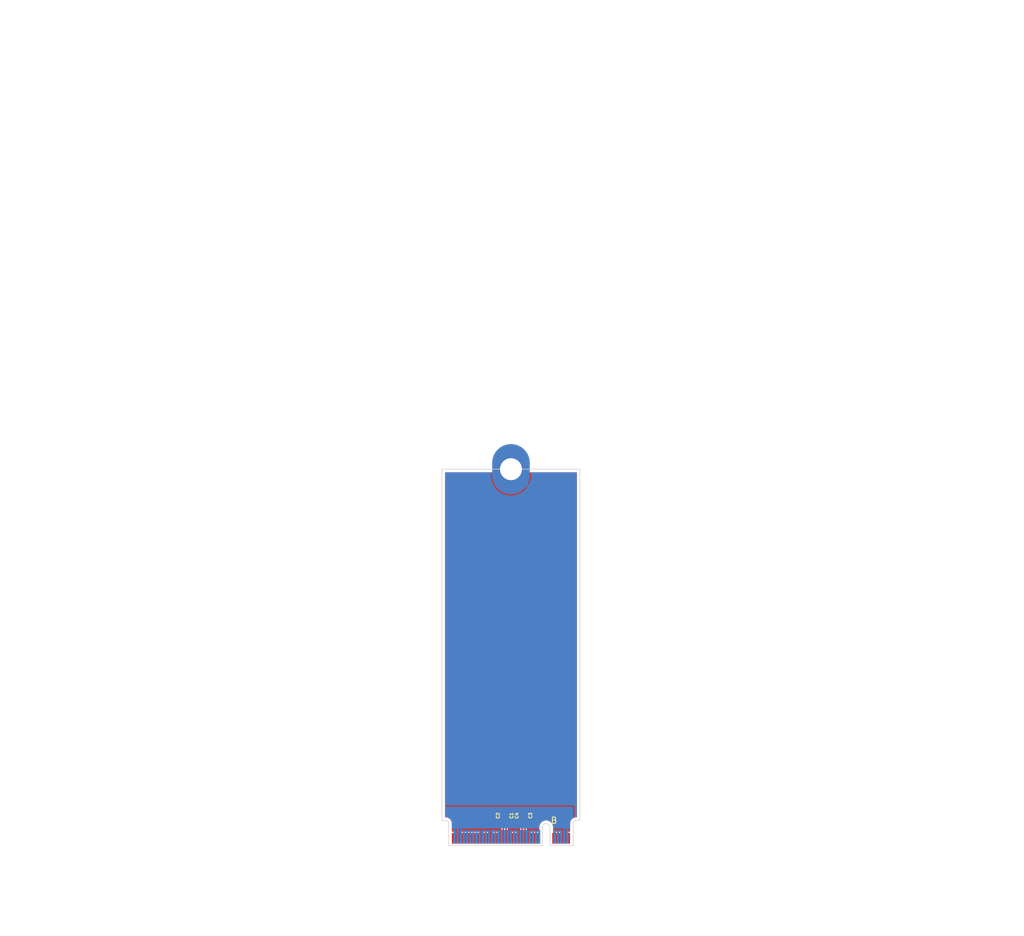
<source format=kicad_pcb>
(kicad_pcb (version 20241229) (generator "pcbnew") (generator_version "9.0")
  (layers (0 "F.Cu" signal) (2 "B.Cu" signal) (13 "F.Paste" user) (15 "B.Paste" user) (5 "F.SilkS" user "F.Silkscreen") (7 "B.SilkS" user "B.Silkscreen") (1 "F.Mask" user) (3 "B.Mask" user) (25 "Edge.Cuts" user))
  (net 0 "")
  (net 1 "/M.2 B key/PET0N")
  (net 2 "/M.2 B key/PET0P")
  (net 3 "/M.2 B key/PET1P")
  (net 4 "/M.2 B key/PET1N")
  (net 5 "GND")
  (net 6 "/CONFIG_3")
  (net 7 "+3.3V")
  (net 8 "/FULL_CARD_PWR_OFF#")
  (net 9 "/USB_D+")
  (net 10 "/W_DISABLE1#")
  (net 11 "/USB_D-")
  (net 12 "/GPIO_9{slash}LED#1")
  (net 13 "/GPIO_5")
  (net 14 "/CONFIG_0")
  (net 15 "/GPIO_6")
  (net 16 "/DPR")
  (net 17 "/GPIO_7")
  (net 18 "/GPIO_11")
  (net 19 "/GPIO_10")
  (net 20 "/GPIO_8")
  (net 21 "/UIM-RESET")
  (net 22 "/UIM-CLK")
  (net 23 "/UIM-DATA")
  (net 24 "/PER1-")
  (net 25 "/UIM-PWR")
  (net 26 "/PER1+")
  (net 27 "/DEVSLP")
  (net 28 "/GPIO_0")
  (net 29 "/GPIO_1")
  (net 30 "/GPIO_2")
  (net 31 "/GPIO_3")
  (net 32 "/PER0-")
  (net 33 "/GPIO_4")
  (net 34 "/PER0+")
  (net 35 "/PERST#")
  (net 36 "/CLKREQ#")
  (net 37 "/REFCLK-")
  (net 38 "/PEWAKE#")
  (net 39 "/REFCLK+")
  (net 42 "/ANTCTL0")
  (net 44 "/ANTCTL1")
  (net 46 "/ANTCTL2")
  (net 48 "/ANTCTL3")
  (net 49 "/SIM_DETECT")
  (net 50 "/RESET#")
  (net 51 "/SUSCLK")
  (net 52 "/CONFIG_1")
  (net 53 "/CONFIG_2")
  (net 54 "/PET0+")
  (net 55 "/PET1+")
  (net 56 "/PET1-")
  (net 57 "/PET0-")
  (footprint "Capacitor_SMD:C_0201_0603Metric" (layer "F.Cu") (at 111.36 153.72 90)
    (property "Reference" "C3" (at 0 0.75 90) (layer "F.SilkS") (effects (font (size 0.5 0.5))))
    (property "Value" "220nF")
    (pad "1" smd roundrect (at -0.32 0 90) (size 0.46 0.4) (layers "F.Cu" "F.Mask") (net 4 "/M.2 B key/PET1N"))
    (pad "2" smd roundrect (at 0.32 0 90) (size 0.46 0.4) (layers "F.Cu" "F.Mask") (net 56 "/PET1-"))
  )
  (footprint "Athena KiCAd library:M.2 Mounting Pad" (layer "F.Cu") (at 109.01 98.49)
    (property "Reference" "H1")
    (property "Value" "MountingHole_Pad")
    (pad "1" thru_hole circle (at 0 0) (size 5.5 5.5) (drill 3.5) (property pad_prop_castellated) (layers "*.Cu" "*.Mask") (net 5 "GND") (padstack (mode front_inner_back) (layer "Inner" (shape circle) (size 5.5 5.5)) (layer "B.Cu" (shape oval) (size 6 8))))
  )
  (footprint "Capacitor_SMD:C_0201_0603Metric" (layer "F.Cu") (at 110.66 153.72 90)
    (property "Reference" "C4" (at 0 -0.72 90) (layer "F.SilkS") (effects (font (size 0.5 0.5))))
    (property "Value" "220nF")
    (pad "1" smd roundrect (at -0.32 0 90) (size 0.46 0.4) (layers "F.Cu" "F.Mask") (net 3 "/M.2 B key/PET1P"))
    (pad "2" smd roundrect (at 0.32 0 90) (size 0.46 0.4) (layers "F.Cu" "F.Mask") (net 55 "/PET1+"))
  )
  (footprint "Capacitor_SMD:C_0201_0603Metric" (layer "F.Cu") (at 108.36 153.72 90)
    (property "Reference" "C1" (at 0 0.73 270) (layer "F.SilkS") (effects (font (size 0.5 0.5))))
    (property "Value" "220nF")
    (pad "1" smd roundrect (at -0.32 0 90) (size 0.46 0.4) (layers "F.Cu" "F.Mask") (net 1 "/M.2 B key/PET0N"))
    (pad "2" smd roundrect (at 0.32 0 90) (size 0.46 0.4) (layers "F.Cu" "F.Mask") (net 57 "/PET0-"))
  )
  (footprint "PCIexpress:M.2 B Key Connector" (layer "F.Cu") (at 109.01 157.38)
    (property "Reference" "J1")
    (property "Value" "~")
    (fp_line (start -11 -2.89) (end -10.425 -2.89) (stroke (width 0.1)) (layer "Edge.Cuts") (net 1))
    (fp_line (start -9.925 -2.39) (end -9.925 1.11) (stroke (width 0.1)) (layer "Edge.Cuts") (net 1))
    (fp_line (start 5.02 -1.79) (end 5.02 1.11) (stroke (width 0.1)) (layer "Edge.Cuts") (net 1))
    (fp_line (start 5.02 1.11) (end -9.925 1.11) (stroke (width 0.1)) (layer "Edge.Cuts") (net 1))
    (fp_line (start 6.22 -1.79) (end 6.22 1.11) (stroke (width 0.1)) (layer "Edge.Cuts") (net 1))
    (fp_line (start 6.225333 1.11) (end 9.925 1.11) (stroke (width 0.1)) (layer "Edge.Cuts") (net 1))
    (fp_line (start 9.925 -2.39) (end 9.925 1.11) (stroke (width 0.1)) (layer "Edge.Cuts") (net 1))
    (fp_line (start 10.425 -2.89) (end 11 -2.89) (stroke (width 0.1)) (layer "Edge.Cuts") (net 1))
    (fp_arc (start -10.425 -2.89) (mid -10.071447 -2.743553) (end -9.925 -2.39) (stroke (width 0.1)) (layer "Edge.Cuts") (net 1))
    (fp_arc (start 5.02 -1.79) (mid 5.62 -2.39) (end 6.22 -1.79) (stroke (width 0.1)) (layer "Edge.Cuts") (net 1))
    (fp_arc (start 9.925 -2.39) (mid 10.071447 -2.743553) (end 10.425 -2.89) (stroke (width 0.1)) (layer "Edge.Cuts") (net 1))
    (fp_text user "B" (at 6.27 -2.3 0) (layer "F.SilkS") (effects (justify left bottom)))
    (pad "1" smd rect (at 9.25 -0.04 180) (size 0.35 1.7) (layers "F.Cu") (net 6 "/CONFIG_3"))
    (pad "2" smd rect (at 9 -0.29 180) (size 0.35 2.2) (layers "B.Cu") (net 7 "+3.3V"))
    (pad "3" smd rect (at 8.75 -0.04 180) (size 0.35 1.7) (layers "F.Cu") (net 5 "GND"))
    (pad "4" smd rect (at 8.5 -0.29 180) (size 0.35 2.2) (layers "B.Cu") (net 7 "+3.3V"))
    (pad "5" smd rect (at 8.25 -0.04 180) (size 0.35 1.7) (layers "F.Cu") (net 5 "GND"))
    (pad "6" smd rect (at 8 -0.29 180) (size 0.35 2.2) (layers "B.Cu") (net 8 "/FULL_CARD_PWR_OFF#"))
    (pad "7" smd rect (at 7.75 -0.04 180) (size 0.35 1.7) (layers "F.Cu") (net 9 "/USB_D+"))
    (pad "8" smd rect (at 7.5 -0.29 180) (size 0.35 2.2) (layers "B.Cu") (net 10 "/W_DISABLE1#"))
    (pad "9" smd rect (at 7.25 -0.04 180) (size 0.35 1.7) (layers "F.Cu") (net 11 "/USB_D-"))
    (pad "10" smd rect (at 7 -0.29 180) (size 0.35 2.2) (layers "B.Cu") (net 12 "/GPIO_9{slash}LED#1"))
    (pad "11" smd rect (at 6.75 -0.04 180) (size 0.35 1.7) (layers "F.Cu") (net 5 "GND"))
    (pad "20" smd rect (at 4.5 -0.29 180) (size 0.35 2.2) (layers "B.Cu") (net 13 "/GPIO_5"))
    (pad "21" smd rect (at 4.25 -0.04 180) (size 0.35 1.7) (layers "F.Cu") (net 14 "/CONFIG_0"))
    (pad "22" smd rect (at 4 -0.29 180) (size 0.35 2.2) (layers "B.Cu") (net 15 "/GPIO_6"))
    (pad "23" smd rect (at 3.75 -0.04 180) (size 0.35 1.7) (layers "F.Cu") (net 16 "/DPR"))
    (pad "24" smd rect (at 3.5 -0.29 180) (size 0.35 2.2) (layers "B.Cu") (net 17 "/GPIO_7"))
    (pad "25" smd rect (at 3.25 -0.04 180) (size 0.35 1.7) (layers "F.Cu") (net 18 "/GPIO_11"))
    (pad "26" smd rect (at 3 -0.29 180) (size 0.35 2.2) (layers "B.Cu") (net 19 "/GPIO_10"))
    (pad "27" smd rect (at 2.75 -0.04 180) (size 0.35 1.7) (layers "F.Cu") (net 5 "GND"))
    (pad "28" smd rect (at 2.5 -0.29 180) (size 0.35 2.2) (layers "B.Cu") (net 20 "/GPIO_8"))
    (pad "29" smd rect (at 2.25 -0.04 180) (size 0.35 1.7) (layers "F.Cu") (net 4 "/M.2 B key/PET1N"))
    (pad "30" smd rect (at 2 -0.29 180) (size 0.35 2.2) (layers "B.Cu") (net 21 "/UIM-RESET"))
    (pad "31" smd rect (at 1.75 -0.04 180) (size 0.35 1.7) (layers "F.Cu") (net 3 "/M.2 B key/PET1P"))
    (pad "32" smd rect (at 1.5 -0.29 180) (size 0.35 2.2) (layers "B.Cu") (net 22 "/UIM-CLK"))
    (pad "33" smd rect (at 1.25 -0.04 180) (size 0.35 1.7) (layers "F.Cu") (net 5 "GND"))
    (pad "34" smd rect (at 1 -0.29 180) (size 0.35 2.2) (layers "B.Cu") (net 23 "/UIM-DATA"))
    (pad "35" smd rect (at 0.75 -0.04 180) (size 0.35 1.7) (layers "F.Cu") (net 24 "/PER1-"))
    (pad "36" smd rect (at 0.5 -0.29 180) (size 0.35 2.2) (layers "B.Cu") (net 25 "/UIM-PWR"))
    (pad "37" smd rect (at 0.25 -0.04 180) (size 0.35 1.7) (layers "F.Cu") (net 26 "/PER1+"))
    (pad "38" smd rect (at 0 -0.29 180) (size 0.35 2.2) (layers "B.Cu") (net 27 "/DEVSLP"))
    (pad "39" smd rect (at -0.25 -0.04 180) (size 0.35 1.7) (layers "F.Cu") (net 5 "GND"))
    (pad "40" smd rect (at -0.5 -0.29 180) (size 0.35 2.2) (layers "B.Cu") (net 28 "/GPIO_0"))
    (pad "41" smd rect (at -0.75 -0.04 180) (size 0.35 1.7) (layers "F.Cu") (net 1 "/M.2 B key/PET0N"))
    (pad "42" smd rect (at -1 -0.29 180) (size 0.35 2.2) (layers "B.Cu") (net 29 "/GPIO_1"))
    (pad "43" smd rect (at -1.25 -0.04 180) (size 0.35 1.7) (layers "F.Cu") (net 2 "/M.2 B key/PET0P"))
    (pad "44" smd rect (at -1.5 -0.29 180) (size 0.35 2.2) (layers "B.Cu") (net 30 "/GPIO_2"))
    (pad "45" smd rect (at -1.75 -0.04 180) (size 0.35 1.7) (layers "F.Cu") (net 5 "GND"))
    (pad "46" smd rect (at -2 -0.29 180) (size 0.35 2.2) (layers "B.Cu") (net 31 "/GPIO_3"))
    (pad "47" smd rect (at -2.25 -0.04 180) (size 0.35 1.7) (layers "F.Cu") (net 32 "/PER0-"))
    (pad "48" smd rect (at -2.5 -0.29 180) (size 0.35 2.2) (layers "B.Cu") (net 33 "/GPIO_4"))
    (pad "49" smd rect (at -2.75 -0.04 180) (size 0.35 1.7) (layers "F.Cu") (net 34 "/PER0+"))
    (pad "50" smd rect (at -3 -0.29 180) (size 0.35 2.2) (layers "B.Cu") (net 35 "/PERST#"))
    (pad "51" smd rect (at -3.25 -0.04 180) (size 0.35 1.7) (layers "F.Cu") (net 5 "GND"))
    (pad "52" smd rect (at -3.5 -0.29 180) (size 0.35 2.2) (layers "B.Cu") (net 36 "/CLKREQ#"))
    (pad "53" smd rect (at -3.75 -0.04 180) (size 0.35 1.7) (layers "F.Cu") (net 37 "/REFCLK-"))
    (pad "54" smd rect (at -4 -0.29 180) (size 0.35 2.2) (layers "B.Cu") (net 38 "/PEWAKE#"))
    (pad "55" smd rect (at -4.25 -0.04 180) (size 0.35 1.7) (layers "F.Cu") (net 39 "/REFCLK+"))
    (pad "56" smd rect (at -4.5 -0.29 180) (size 0.35 2.2) (layers "B.Cu"))
    (pad "57" smd rect (at -4.75 -0.04 180) (size 0.35 1.7) (layers "F.Cu") (net 5 "GND"))
    (pad "58" smd rect (at -5 -0.29 180) (size 0.35 2.2) (layers "B.Cu"))
    (pad "59" smd rect (at -5.25 -0.04 180) (size 0.35 1.7) (layers "F.Cu") (net 42 "/ANTCTL0"))
    (pad "60" smd rect (at -5.5 -0.29 180) (size 0.35 2.2) (layers "B.Cu"))
    (pad "61" smd rect (at -5.75 -0.04 180) (size 0.35 1.7) (layers "F.Cu") (net 44 "/ANTCTL1"))
    (pad "62" smd rect (at -6 -0.29 180) (size 0.35 2.2) (layers "B.Cu"))
    (pad "63" smd rect (at -6.25 -0.04 180) (size 0.35 1.7) (layers "F.Cu") (net 46 "/ANTCTL2"))
    (pad "64" smd rect (at -6.5 -0.29 180) (size 0.35 2.2) (layers "B.Cu"))
    (pad "65" smd rect (at -6.75 -0.04 180) (size 0.35 1.7) (layers "F.Cu") (net 48 "/ANTCTL3"))
    (pad "66" smd rect (at -7 -0.29 180) (size 0.35 2.2) (layers "B.Cu") (net 49 "/SIM_DETECT"))
    (pad "67" smd rect (at -7.25 -0.04 180) (size 0.35 1.7) (layers "F.Cu") (net 50 "/RESET#"))
    (pad "68" smd rect (at -7.5 -0.29 180) (size 0.35 2.2) (layers "B.Cu") (net 51 "/SUSCLK"))
    (pad "69" smd rect (at -7.75 -0.04 180) (size 0.35 1.7) (layers "F.Cu") (net 52 "/CONFIG_1"))
    (pad "70" smd rect (at -8 -0.29 180) (size 0.35 2.2) (layers "B.Cu") (net 7 "+3.3V"))
    (pad "71" smd rect (at -8.25 -0.04 180) (size 0.35 1.7) (layers "F.Cu") (net 5 "GND"))
    (pad "72" smd rect (at -8.5 -0.29 180) (size 0.35 2.2) (layers "B.Cu") (net 7 "+3.3V"))
    (pad "73" smd rect (at -8.75 -0.04 180) (size 0.35 1.7) (layers "F.Cu") (net 5 "GND"))
    (pad "74" smd rect (at -9 -0.29 180) (size 0.35 2.2) (layers "B.Cu") (net 7 "+3.3V"))
    (pad "75" smd rect (at -9.25 -0.04 180) (size 0.35 1.7) (layers "F.Cu") (net 53 "/CONFIG_2"))
  )
  (footprint "Capacitor_SMD:C_0201_0603Metric" (layer "F.Cu") (at 107.66 153.72 90)
    (property "Reference" "C2" (at 0 -0.73 90) (layer "F.SilkS") (effects (font (size 0.5 0.5))))
    (property "Value" "220nF")
    (pad "1" smd roundrect (at -0.32 0 90) (size 0.46 0.4) (layers "F.Cu" "F.Mask") (net 2 "/M.2 B key/PET0P"))
    (pad "2" smd roundrect (at 0.32 0 90) (size 0.46 0.4) (layers "F.Cu" "F.Mask") (net 54 "/PET0+"))
  )
  (gr_line (start 120.01 154.49) (end 120.01 98.49) (stroke (width 0.1)) (layer "Edge.Cuts"))
  (gr_line (start 98.01 98.49) (end 98.01 154.49) (stroke (width 0.1)) (layer "Edge.Cuts"))
  (gr_line (start 120.01 98.49) (end 98.01 98.49) (stroke (width 0.1)) (layer "Edge.Cuts"))
  (segment (start 108.26 157.34) (end 108.26 156.064999) (width 0.2) (layer "F.Cu") (net 1))
  (segment (start 108.26 156.064999) (end 108.235 156.039999) (width 0.2) (layer "F.Cu") (net 1))
  (segment (start 108.235 156.039999) (end 108.235 154.510001) (width 0.2) (layer "F.Cu") (net 1))
  (segment (start 108.36 154.385001) (end 108.36 154.04) (width 0.2) (layer "F.Cu") (net 1))
  (segment (start 108.235 154.510001) (end 108.36 154.385001) (width 0.2) (layer "F.Cu") (net 1))
  (segment (start 107.785 154.510001) (end 107.66 154.385001) (width 0.2) (layer "F.Cu") (net 2))
  (segment (start 107.76 157.34) (end 107.76 156.064999) (width 0.2) (layer "F.Cu") (net 2))
  (segment (start 107.66 154.385001) (end 107.66 154.04) (width 0.2) (layer "F.Cu") (net 2))
  (segment (start 107.76 156.064999) (end 107.785 156.039999) (width 0.2) (layer "F.Cu") (net 2))
  (segment (start 107.785 156.039999) (end 107.785 154.510001) (width 0.2) (layer "F.Cu") (net 2))
  (segment (start 110.66 154.385001) (end 110.66 154.04) (width 0.2) (layer "F.Cu") (net 3))
  (segment (start 110.785 156.039999) (end 110.785 154.510001) (width 0.2) (layer "F.Cu") (net 3))
  (segment (start 110.76 156.064999) (end 110.785 156.039999) (width 0.2) (layer "F.Cu") (net 3))
  (segment (start 110.76 157.34) (end 110.76 156.064999) (width 0.2) (layer "F.Cu") (net 3))
  (segment (start 110.785 154.510001) (end 110.66 154.385001) (width 0.2) (layer "F.Cu") (net 3))
  (segment (start 111.26 156.064999) (end 111.235 156.039999) (width 0.2) (layer "F.Cu") (net 4))
  (segment (start 111.26 157.34) (end 111.26 156.064999) (width 0.2) (layer "F.Cu") (net 4))
  (segment (start 111.36 154.385001) (end 111.36 154.04) (width 0.2) (layer "F.Cu") (net 4))
  (segment (start 111.235 156.039999) (end 111.235 154.510001) (width 0.2) (layer "F.Cu") (net 4))
  (segment (start 111.235 154.510001) (end 111.36 154.385001) (width 0.2) (layer "F.Cu") (net 4))
  (zone (net 5) (net_name "GND") (layers "F.Cu" "B.Cu") (connect_pads (clearance 0.15)) (min_thickness 0.15) (fill yes (thermal_gap 0.2) (thermal_bridge_width 0.5))
    (polygon (pts (xy 94.01 156.73) (xy 94.01 48.49) (xy 124.01 48.49) (xy 124.01 156.73)))
  )
  (zone (net 7) (net_name "+3.3V") (layer "B.Cu") (priority 1) (connect_pads (clearance 0.2)) (min_thickness 0.1) (fill yes (thermal_gap 0.2) (thermal_bridge_width 0.25))
    (polygon (pts (xy 118.93 156.67) (xy 118.93 152.305) (xy 118.915 152.29) (xy 98.46 152.29) (xy 98.46 156.92) (xy 118.68 156.92)))
  )
)
</source>
